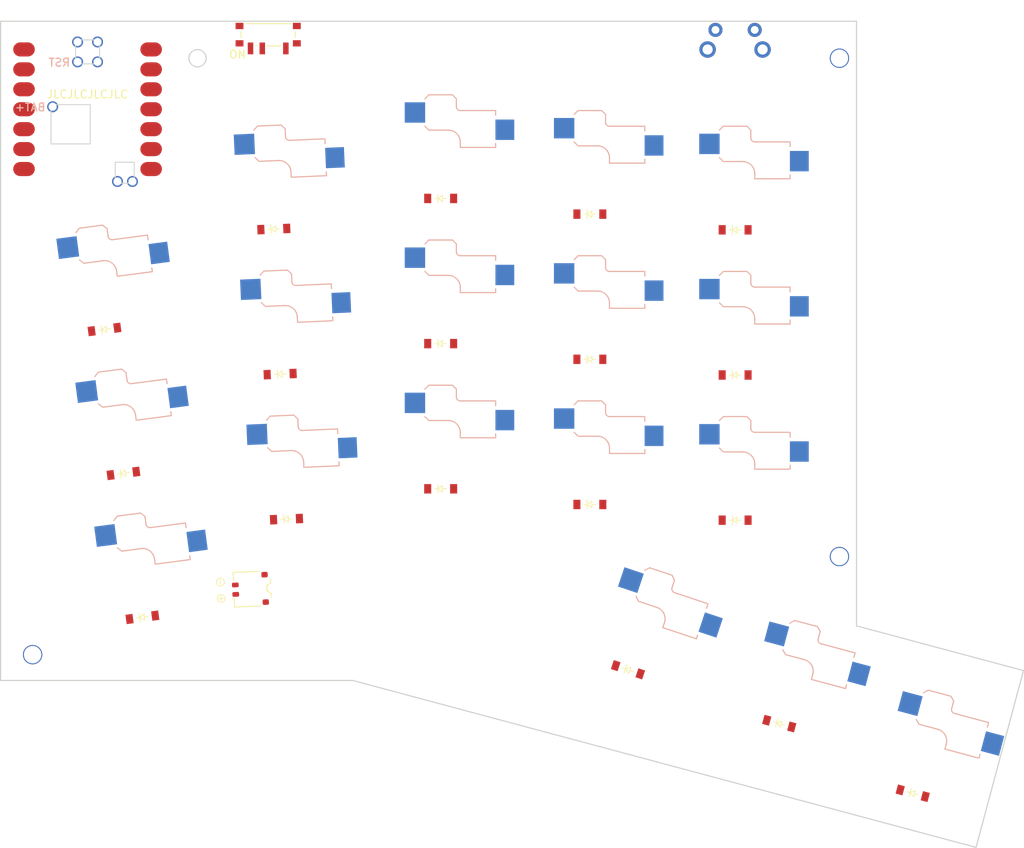
<source format=kicad_pcb>
(kicad_pcb (version 20171130) (host pcbnew 5.1.6)
  (title_block (title "Left") (rev "v1.0.0") (company "Unknown"))
  (layers (0 F.Cu signal) (31 B.Cu signal) (34 B.Paste user) (35 F.Paste user) (36 B.SilkS user) (37 F.SilkS user) (38 B.Mask user) (39 F.Mask user) (44 Edge.Cuts user))
  (net 0 "")
  (net 1 "D0")
  (net 2 "D1")
  (net 3 "R3")
  (net 4 "R2")
  (net 5 "R1")
  (net 6 "R0")
  (net 7 "C0")
  (net 8 "C4")
  (net 9 "C3")
  (net 10 "C2")
  (net 11 "C1")
  (net 12 "RAW3V3")
  (net 13 "RAW5V")
  (net 14 "CLK")
  (net 15 "DIO")
  (net 16 "GND")
  (net 17 "RST")
  (net 18 "BAT")
  (net 19 "NFC1")
  (net 20 "NFC2")
  (net 21 "pinky_bottom")
  (net 22 "pinky_home")
  (net 23 "pinky_top")
  (net 24 "ring_bottom")
  (net 25 "ring_home")
  (net 26 "ring_top")
  (net 27 "middle_bottom")
  (net 28 "middle_home")
  (net 29 "middle_top")
  (net 30 "index_bottom")
  (net 31 "index_home")
  (net 32 "index_top")
  (net 33 "inner_bottom")
  (net 34 "inner_home")
  (net 35 "inner_top")
  (net 36 "flexion_cluster")
  (net 37 "base_cluster")
  (net 38 "extension_cluster")
  (net 39 "BAT_CONN")
  (footprint "xiao_smd" (layer "F.Cu") (at 93.6705308 40.21654019999999 0)
    (property "Reference" "MCU1" hide)
    (fp_line (start -4.655408 -0.584408) (end -4.655408 4.4154) (stroke (width 0.12)) (layer "Edge.Cuts"))
    (fp_line (start -4.655408 -0.584408) (end 0.3444 -0.584408) (stroke (width 0.12)) (layer "Edge.Cuts"))
    (fp_line (start -4.655408 4.4154) (end 0.3444 4.4154) (stroke (width 0.12)) (layer "Edge.Cuts"))
    (fp_line (start -1.530247 -8.832247) (end 1.517753 -8.832247) (stroke (width 0.12)) (layer "Edge.Cuts"))
    (fp_line (start -1.530247 -5.784247) (end -1.530247 -8.832247) (stroke (width 0.12)) (layer "Edge.Cuts"))
    (fp_line (start -1.530247 -5.784247) (end 1.517753 -5.784247) (stroke (width 0.12)) (layer "Edge.Cuts"))
    (fp_line (start 0.3444 -0.584408) (end 0.3444 4.4154) (stroke (width 0.12)) (layer "Edge.Cuts"))
    (fp_line (start 1.517753 -5.784247) (end 1.517753 -8.832247) (stroke (width 0.12)) (layer "Edge.Cuts"))
    (fp_line (start 3.530592 6.751409) (end 5.943592 6.751409) (stroke (width 0.12)) (layer "Edge.Cuts"))
    (fp_line (start 3.530592 9.418409) (end 3.530592 6.751409) (stroke (width 0.12)) (layer "Edge.Cuts"))
    (fp_line (start 5.943592 6.751409) (end 5.943592 9.418409) (stroke (width 0.12)) (layer "Edge.Cuts"))
    (fp_line (start 5.943592 9.418409) (end 3.530592 9.418409) (stroke (width 0.12)) (layer "Edge.Cuts"))
    (fp_text user "BAT+" (at -7.3 -0.25 0) (layer "B.SilkS") (effects (justify mirror)))
    (fp_text user "RST" (at -3.6 -5.95 0) (layer "B.SilkS") (effects (justify mirror)))
    (fp_text user "BAT+" (at -7.3 -0.25 0) (layer "B.SilkS") (effects (justify mirror)))
    (fp_text user "RST" (at -3.6 -5.95 0) (layer "B.SilkS") (effects (justify mirror)))
    (pad "1" smd oval (at -7.62 -7.62 180) (size 2.75 1.8) (drill (offset 0.475 0)) (layers "F.Cu" "F.Paste" "F.Mask") (net 1 "D0"))
    (pad "2" smd oval (at -7.62 -5.08 180) (size 2.75 1.8) (drill (offset 0.475 0)) (layers "F.Cu" "F.Paste" "F.Mask") (net 2 "D1"))
    (pad "3" smd oval (at -7.62 -2.54 180) (size 2.75 1.8) (drill (offset 0.475 0)) (layers "F.Cu" "F.Paste" "F.Mask") (net 3 "R3"))
    (pad "4" smd oval (at -7.62 0 180) (size 2.75 1.8) (drill (offset 0.475 0)) (layers "F.Cu" "F.Paste" "F.Mask") (net 4 "R2"))
    (pad "5" smd oval (at -7.62 2.54 180) (size 2.75 1.8) (drill (offset 0.475 0)) (layers "F.Cu" "F.Paste" "F.Mask") (net 5 "R1"))
    (pad "6" smd oval (at -7.62 5.08 180) (size 2.75 1.8) (drill (offset 0.475 0)) (layers "F.Cu" "F.Paste" "F.Mask") (net 6 "R0"))
    (pad "7" smd oval (at -7.62 7.62 180) (size 2.75 1.8) (drill (offset 0.475 0)) (layers "F.Cu" "F.Paste" "F.Mask") (net 7 "C0"))
    (pad "8" smd oval (at 7.62 7.62 0) (size 2.75 1.8) (drill (offset 0.475 0)) (layers "F.Cu" "F.Paste" "F.Mask") (net 11 "C1"))
    (pad "9" smd oval (at 7.62 5.08 0) (size 2.75 1.8) (drill (offset 0.475 0)) (layers "F.Cu" "F.Paste" "F.Mask") (net 10 "C2"))
    (pad "10" smd oval (at 7.62 2.54 0) (size 2.75 1.8) (drill (offset 0.475 0)) (layers "F.Cu" "F.Paste" "F.Mask") (net 9 "C3"))
    (pad "11" smd oval (at 7.62 0 0) (size 2.75 1.8) (drill (offset 0.475 0)) (layers "F.Cu" "F.Paste" "F.Mask") (net 8 "C4"))
    (pad "12" smd oval (at 7.62 -2.54 0) (size 2.75 1.8) (drill (offset 0.475 0)) (layers "F.Cu" "F.Paste" "F.Mask") (net 12 "RAW3V3"))
    (pad "13" smd oval (at 7.62 -5.08 0) (size 2.75 1.8) (drill (offset 0.475 0)) (layers "F.Cu" "F.Paste" "F.Mask") (net 16 "GND"))
    (pad "14" smd oval (at 7.62 -7.62 0) (size 2.75 1.8) (drill (offset 0.475 0)) (layers "F.Cu" "F.Paste" "F.Mask") (net 13 "RAW5V"))
    (pad "15" thru_hole circle (at -1.27 -8.572 90) (size 1.397 1.397) (drill 1.016) (layers "*.Cu" "*.Mask") (net 14 "CLK"))
    (pad "16" thru_hole circle (at 1.27 -8.572 90) (size 1.397 1.397) (drill 1.016) (layers "*.Cu" "*.Mask") (net 15 "DIO"))
    (pad "17" thru_hole circle (at -1.27 -6.032 90) (size 1.397 1.397) (drill 1.016) (layers "*.Cu" "*.Mask") (net 17 "RST"))
    (pad "18" thru_hole circle (at 1.27 -6.032 90) (size 1.397 1.397) (drill 1.016) (layers "*.Cu" "*.Mask") (net 16 "GND"))
    (pad "19" thru_hole circle (at -4.445 -0.317 180) (size 1.397 1.397) (drill 1.016) (layers "*.Cu" "*.Mask") (net 18 "BAT"))
    (pad "20" thru_hole circle (at 3.81 9.208 180) (size 1.397 1.397) (drill 1.016) (layers "*.Cu" "*.Mask") (net 19 "NFC1"))
    (pad "21" thru_hole circle (at 5.715 9.208 180) (size 1.397 1.397) (drill 1.016) (layers "*.Cu" "*.Mask") (net 20 "NFC2"))
  )
  (module "ceoloide:switch_choc_v1_v2" (layer B.Cu) (at 100 100 7.5)
    (fp_text reference "S1" hide)
    (pad "" np_thru_hole circle (at 0 0 7.5) (size 5 5) (drill 5) (layers *.Cu))
    (pad "" np_thru_hole circle (at 5.5 0 7.5) (size 1.9 1.9) (drill 1.9) (layers *.Cu))
    (pad "" np_thru_hole circle (at -5.5 0 7.5) (size 1.9 1.9) (drill 1.9) (layers *.Cu))
    (pad "" np_thru_hole circle (at 0 -5.95 7.5) (size 3 3) (drill 3) (layers *.Cu *.Mask))
    (pad 1 smd rect (at -3.275 -5.95 7.5) (size 2.6 2.6) (layers B.Cu B.Paste B.Mask) (net 7 "C0"))
    (pad 2 smd rect (at 8.175 -3.75 7.5) (size 2.4 2.6) (layers B.Cu B.Paste B.Mask) (net 21 "pinky_bottom"))
    (pad "" np_thru_hole circle (at 5 -3.75 202.5) (size 3 3) (drill 3) (layers *.Cu *.Mask))
  )
  (module "ceoloide:switch_choc_v1_v2" (layer B.Cu) (at 97.5852654 81.6582701 7.5)
    (fp_text reference "S2" hide)
    (pad "" np_thru_hole circle (at 0 0 7.5) (size 5 5) (drill 5) (layers *.Cu))
    (pad "" np_thru_hole circle (at 5.5 0 7.5) (size 1.9 1.9) (drill 1.9) (layers *.Cu))
    (pad "" np_thru_hole circle (at -5.5 0 7.5) (size 1.9 1.9) (drill 1.9) (layers *.Cu))
    (pad "" np_thru_hole circle (at 0 -5.95 7.5) (size 3 3) (drill 3) (layers *.Cu *.Mask))
    (pad 1 smd rect (at -3.275 -5.95 7.5) (size 2.6 2.6) (layers B.Cu B.Paste B.Mask) (net 7 "C0"))
    (pad 2 smd rect (at 8.175 -3.75 7.5) (size 2.4 2.6) (layers B.Cu B.Paste B.Mask) (net 22 "pinky_home"))
    (pad "" np_thru_hole circle (at 5 -3.75 202.5) (size 3 3) (drill 3) (layers *.Cu *.Mask))
  )
  (module "ceoloide:switch_choc_v1_v2" (layer B.Cu) (at 95.1705308 63.31654019999999 7.5)
    (fp_text reference "S3" hide)
    (pad "" np_thru_hole circle (at 0 0 7.5) (size 5 5) (drill 5) (layers *.Cu))
    (pad "" np_thru_hole circle (at 5.5 0 7.5) (size 1.9 1.9) (drill 1.9) (layers *.Cu))
    (pad "" np_thru_hole circle (at -5.5 0 7.5) (size 1.9 1.9) (drill 1.9) (layers *.Cu))
    (pad "" np_thru_hole circle (at 0 -5.95 7.5) (size 3 3) (drill 3) (layers *.Cu *.Mask))
    (pad 1 smd rect (at -3.275 -5.95 7.5) (size 2.6 2.6) (layers B.Cu B.Paste B.Mask) (net 7 "C0"))
    (pad 2 smd rect (at 8.175 -3.75 7.5) (size 2.4 2.6) (layers B.Cu B.Paste B.Mask) (net 23 "pinky_top"))
    (pad "" np_thru_hole circle (at 5 -3.75 202.5) (size 3 3) (drill 3) (layers *.Cu *.Mask))
  )
  (module "ceoloide:switch_choc_v1_v2" (layer B.Cu) (at 118.78435569999999 87.4522174 2.5)
    (fp_text reference "S4" hide)
    (pad "" np_thru_hole circle (at 0 0 2.5) (size 5 5) (drill 5) (layers *.Cu))
    (pad "" np_thru_hole circle (at 5.5 0 2.5) (size 1.9 1.9) (drill 1.9) (layers *.Cu))
    (pad "" np_thru_hole circle (at -5.5 0 2.5) (size 1.9 1.9) (drill 1.9) (layers *.Cu))
    (pad "" np_thru_hole circle (at 0 -5.95 2.5) (size 3 3) (drill 3) (layers *.Cu *.Mask))
    (pad 1 smd rect (at -3.275 -5.95 2.5) (size 2.6 2.6) (layers B.Cu B.Paste B.Mask) (net 11 "C1"))
    (pad 2 smd rect (at 8.175 -3.75 2.5) (size 2.4 2.6) (layers B.Cu B.Paste B.Mask) (net 24 "ring_bottom"))
    (pad "" np_thru_hole circle (at 5 -3.75 197.5) (size 3 3) (drill 3) (layers *.Cu *.Mask))
  )
  (module "ceoloide:switch_choc_v1_v2" (layer B.Cu) (at 117.977397 68.9698253 2.5)
    (fp_text reference "S5" hide)
    (pad "" np_thru_hole circle (at 0 0 2.5) (size 5 5) (drill 5) (layers *.Cu))
    (pad "" np_thru_hole circle (at 5.5 0 2.5) (size 1.9 1.9) (drill 1.9) (layers *.Cu))
    (pad "" np_thru_hole circle (at -5.5 0 2.5) (size 1.9 1.9) (drill 1.9) (layers *.Cu))
    (pad "" np_thru_hole circle (at 0 -5.95 2.5) (size 3 3) (drill 3) (layers *.Cu *.Mask))
    (pad 1 smd rect (at -3.275 -5.95 2.5) (size 2.6 2.6) (layers B.Cu B.Paste B.Mask) (net 11 "C1"))
    (pad 2 smd rect (at 8.175 -3.75 2.5) (size 2.4 2.6) (layers B.Cu B.Paste B.Mask) (net 25 "ring_home"))
    (pad "" np_thru_hole circle (at 5 -3.75 197.5) (size 3 3) (drill 3) (layers *.Cu *.Mask))
  )
  (module "ceoloide:switch_choc_v1_v2" (layer B.Cu) (at 117.1704383 50.4874332 2.5)
    (fp_text reference "S6" hide)
    (pad "" np_thru_hole circle (at 0 0 2.5) (size 5 5) (drill 5) (layers *.Cu))
    (pad "" np_thru_hole circle (at 5.5 0 2.5) (size 1.9 1.9) (drill 1.9) (layers *.Cu))
    (pad "" np_thru_hole circle (at -5.5 0 2.5) (size 1.9 1.9) (drill 1.9) (layers *.Cu))
    (pad "" np_thru_hole circle (at 0 -5.95 2.5) (size 3 3) (drill 3) (layers *.Cu *.Mask))
    (pad 1 smd rect (at -3.275 -5.95 2.5) (size 2.6 2.6) (layers B.Cu B.Paste B.Mask) (net 11 "C1"))
    (pad 2 smd rect (at 8.175 -3.75 2.5) (size 2.4 2.6) (layers B.Cu B.Paste B.Mask) (net 26 "ring_top"))
    (pad "" np_thru_hole circle (at 5 -3.75 197.5) (size 3 3) (drill 3) (layers *.Cu *.Mask))
  )
  (module "ceoloide:switch_choc_v1_v2" (layer B.Cu) (at 138.63446199999998 83.582685 0)
    (fp_text reference "S7" hide)
    (pad "" np_thru_hole circle (at 0 0 0) (size 5 5) (drill 5) (layers *.Cu))
    (pad "" np_thru_hole circle (at 5.5 0 0) (size 1.9 1.9) (drill 1.9) (layers *.Cu))
    (pad "" np_thru_hole circle (at -5.5 0 0) (size 1.9 1.9) (drill 1.9) (layers *.Cu))
    (pad "" np_thru_hole circle (at 0 -5.95 0) (size 3 3) (drill 3) (layers *.Cu *.Mask))
    (pad 1 smd rect (at -3.275 -5.95 0) (size 2.6 2.6) (layers B.Cu B.Paste B.Mask) (net 10 "C2"))
    (pad 2 smd rect (at 8.175 -3.75 0) (size 2.4 2.6) (layers B.Cu B.Paste B.Mask) (net 27 "middle_bottom"))
    (pad "" np_thru_hole circle (at 5 -3.75 195) (size 3 3) (drill 3) (layers *.Cu *.Mask))
  )
  (module "ceoloide:switch_choc_v1_v2" (layer B.Cu) (at 138.63446199999998 65.082685 0)
    (fp_text reference "S8" hide)
    (pad "" np_thru_hole circle (at 0 0 0) (size 5 5) (drill 5) (layers *.Cu))
    (pad "" np_thru_hole circle (at 5.5 0 0) (size 1.9 1.9) (drill 1.9) (layers *.Cu))
    (pad "" np_thru_hole circle (at -5.5 0 0) (size 1.9 1.9) (drill 1.9) (layers *.Cu))
    (pad "" np_thru_hole circle (at 0 -5.95 0) (size 3 3) (drill 3) (layers *.Cu *.Mask))
    (pad 1 smd rect (at -3.275 -5.95 0) (size 2.6 2.6) (layers B.Cu B.Paste B.Mask) (net 10 "C2"))
    (pad 2 smd rect (at 8.175 -3.75 0) (size 2.4 2.6) (layers B.Cu B.Paste B.Mask) (net 28 "middle_home"))
    (pad "" np_thru_hole circle (at 5 -3.75 195) (size 3 3) (drill 3) (layers *.Cu *.Mask))
  )
  (module "ceoloide:switch_choc_v1_v2" (layer B.Cu) (at 138.63446199999998 46.582685 0)
    (fp_text reference "S9" hide)
    (pad "" np_thru_hole circle (at 0 0 0) (size 5 5) (drill 5) (layers *.Cu))
    (pad "" np_thru_hole circle (at 5.5 0 0) (size 1.9 1.9) (drill 1.9) (layers *.Cu))
    (pad "" np_thru_hole circle (at -5.5 0 0) (size 1.9 1.9) (drill 1.9) (layers *.Cu))
    (pad "" np_thru_hole circle (at 0 -5.95 0) (size 3 3) (drill 3) (layers *.Cu *.Mask))
    (pad 1 smd rect (at -3.275 -5.95 0) (size 2.6 2.6) (layers B.Cu B.Paste B.Mask) (net 10 "C2"))
    (pad 2 smd rect (at 8.175 -3.75 0) (size 2.4 2.6) (layers B.Cu B.Paste B.Mask) (net 29 "middle_top"))
    (pad "" np_thru_hole circle (at 5 -3.75 195) (size 3 3) (drill 3) (layers *.Cu *.Mask))
  )
  (module "ceoloide:switch_choc_v1_v2" (layer B.Cu) (at 157.63446199999998 85.582685 0)
    (fp_text reference "S10" hide)
    (pad "" np_thru_hole circle (at 0 0 0) (size 5 5) (drill 5) (layers *.Cu))
    (pad "" np_thru_hole circle (at 5.5 0 0) (size 1.9 1.9) (drill 1.9) (layers *.Cu))
    (pad "" np_thru_hole circle (at -5.5 0 0) (size 1.9 1.9) (drill 1.9) (layers *.Cu))
    (pad "" np_thru_hole circle (at 0 -5.95 0) (size 3 3) (drill 3) (layers *.Cu *.Mask))
    (pad 1 smd rect (at -3.275 -5.95 0) (size 2.6 2.6) (layers B.Cu B.Paste B.Mask) (net 9 "C3"))
    (pad 2 smd rect (at 8.175 -3.75 0) (size 2.4 2.6) (layers B.Cu B.Paste B.Mask) (net 30 "index_bottom"))
    (pad "" np_thru_hole circle (at 5 -3.75 195) (size 3 3) (drill 3) (layers *.Cu *.Mask))
  )
  (module "ceoloide:switch_choc_v1_v2" (layer B.Cu) (at 157.63446199999998 67.082685 0)
    (fp_text reference "S11" hide)
    (pad "" np_thru_hole circle (at 0 0 0) (size 5 5) (drill 5) (layers *.Cu))
    (pad "" np_thru_hole circle (at 5.5 0 0) (size 1.9 1.9) (drill 1.9) (layers *.Cu))
    (pad "" np_thru_hole circle (at -5.5 0 0) (size 1.9 1.9) (drill 1.9) (layers *.Cu))
    (pad "" np_thru_hole circle (at 0 -5.95 0) (size 3 3) (drill 3) (layers *.Cu *.Mask))
    (pad 1 smd rect (at -3.275 -5.95 0) (size 2.6 2.6) (layers B.Cu B.Paste B.Mask) (net 9 "C3"))
    (pad 2 smd rect (at 8.175 -3.75 0) (size 2.4 2.6) (layers B.Cu B.Paste B.Mask) (net 31 "index_home"))
    (pad "" np_thru_hole circle (at 5 -3.75 195) (size 3 3) (drill 3) (layers *.Cu *.Mask))
  )
  (module "ceoloide:switch_choc_v1_v2" (layer B.Cu) (at 157.63446199999998 48.582685 0)
    (fp_text reference "S12" hide)
    (pad "" np_thru_hole circle (at 0 0 0) (size 5 5) (drill 5) (layers *.Cu))
    (pad "" np_thru_hole circle (at 5.5 0 0) (size 1.9 1.9) (drill 1.9) (layers *.Cu))
    (pad "" np_thru_hole circle (at -5.5 0 0) (size 1.9 1.9) (drill 1.9) (layers *.Cu))
    (pad "" np_thru_hole circle (at 0 -5.95 0) (size 3 3) (drill 3) (layers *.Cu *.Mask))
    (pad 1 smd rect (at -3.275 -5.95 0) (size 2.6 2.6) (layers B.Cu B.Paste B.Mask) (net 9 "C3"))
    (pad 2 smd rect (at 8.175 -3.75 0) (size 2.4 2.6) (layers B.Cu B.Paste B.Mask) (net 32 "index_top"))
    (pad "" np_thru_hole circle (at 5 -3.75 195) (size 3 3) (drill 3) (layers *.Cu *.Mask))
  )
  (module "ceoloide:switch_choc_v1_v2" (layer B.Cu) (at 176.1344619 87.58268509999999 0)
    (fp_text reference "S13" hide)
    (pad "" np_thru_hole circle (at 0 0 0) (size 5 5) (drill 5) (layers *.Cu))
    (pad "" np_thru_hole circle (at 5.5 0 0) (size 1.9 1.9) (drill 1.9) (layers *.Cu))
    (pad "" np_thru_hole circle (at -5.5 0 0) (size 1.9 1.9) (drill 1.9) (layers *.Cu))
    (pad "" np_thru_hole circle (at 0 -5.95 0) (size 3 3) (drill 3) (layers *.Cu *.Mask))
    (pad 1 smd rect (at -3.275 -5.95 0) (size 2.6 2.6) (layers B.Cu B.Paste B.Mask) (net 8 "C4"))
    (pad 2 smd rect (at 8.175 -3.75 0) (size 2.4 2.6) (layers B.Cu B.Paste B.Mask) (net 33 "inner_bottom"))
    (pad "" np_thru_hole circle (at 5 -3.75 195) (size 3 3) (drill 3) (layers *.Cu *.Mask))
  )
  (module "ceoloide:switch_choc_v1_v2" (layer B.Cu) (at 176.1344619 69.08268509999999 0)
    (fp_text reference "S14" hide)
    (pad "" np_thru_hole circle (at 0 0 0) (size 5 5) (drill 5) (layers *.Cu))
    (pad "" np_thru_hole circle (at 5.5 0 0) (size 1.9 1.9) (drill 1.9) (layers *.Cu))
    (pad "" np_thru_hole circle (at -5.5 0 0) (size 1.9 1.9) (drill 1.9) (layers *.Cu))
    (pad "" np_thru_hole circle (at 0 -5.95 0) (size 3 3) (drill 3) (layers *.Cu *.Mask))
    (pad 1 smd rect (at -3.275 -5.95 0) (size 2.6 2.6) (layers B.Cu B.Paste B.Mask) (net 8 "C4"))
    (pad 2 smd rect (at 8.175 -3.75 0) (size 2.4 2.6) (layers B.Cu B.Paste B.Mask) (net 34 "inner_home"))
    (pad "" np_thru_hole circle (at 5 -3.75 195) (size 3 3) (drill 3) (layers *.Cu *.Mask))
  )
  (module "ceoloide:switch_choc_v1_v2" (layer B.Cu) (at 176.1344619 50.58268509999999 0)
    (fp_text reference "S15" hide)
    (pad "" np_thru_hole circle (at 0 0 0) (size 5 5) (drill 5) (layers *.Cu))
    (pad "" np_thru_hole circle (at 5.5 0 0) (size 1.9 1.9) (drill 1.9) (layers *.Cu))
    (pad "" np_thru_hole circle (at -5.5 0 0) (size 1.9 1.9) (drill 1.9) (layers *.Cu))
    (pad "" np_thru_hole circle (at 0 -5.95 0) (size 3 3) (drill 3) (layers *.Cu *.Mask))
    (pad 1 smd rect (at -3.275 -5.95 0) (size 2.6 2.6) (layers B.Cu B.Paste B.Mask) (net 8 "C4"))
    (pad 2 smd rect (at 8.175 -3.75 0) (size 2.4 2.6) (layers B.Cu B.Paste B.Mask) (net 35 "inner_top"))
    (pad "" np_thru_hole circle (at 5 -3.75 195) (size 3 3) (drill 3) (layers *.Cu *.Mask))
  )
  (module "ceoloide:switch_choc_v1_v2" (layer B.Cu) (at 164.07730809999998 106.9001718 -18.5)
    (fp_text reference "S16" hide)
    (pad "" np_thru_hole circle (at 0 0 -18.5) (size 5 5) (drill 5) (layers *.Cu))
    (pad "" np_thru_hole circle (at 5.5 0 -18.5) (size 1.9 1.9) (drill 1.9) (layers *.Cu))
    (pad "" np_thru_hole circle (at -5.5 0 -18.5) (size 1.9 1.9) (drill 1.9) (layers *.Cu))
    (pad "" np_thru_hole circle (at 0 -5.95 -18.5) (size 3 3) (drill 3) (layers *.Cu *.Mask))
    (pad 1 smd rect (at -3.275 -5.95 -18.5) (size 2.6 2.6) (layers B.Cu B.Paste B.Mask) (net 10 "C2"))
    (pad 2 smd rect (at 8.175 -3.75 -18.5) (size 2.4 2.6) (layers B.Cu B.Paste B.Mask) (net 36 "flexion_cluster"))
    (pad "" np_thru_hole circle (at 5 -3.75 176.5) (size 3 3) (drill 3) (layers *.Cu *.Mask))
  )
  (module "ceoloide:switch_choc_v1_v2" (layer B.Cu) (at 183.0474578 113.67321089999999 -15)
    (fp_text reference "S17" hide)
    (pad "" np_thru_hole circle (at 0 0 -15) (size 5 5) (drill 5) (layers *.Cu))
    (pad "" np_thru_hole circle (at 5.5 0 -15) (size 1.9 1.9) (drill 1.9) (layers *.Cu))
    (pad "" np_thru_hole circle (at -5.5 0 -15) (size 1.9 1.9) (drill 1.9) (layers *.Cu))
    (pad "" np_thru_hole circle (at 0 -5.95 -15) (size 3 3) (drill 3) (layers *.Cu *.Mask))
    (pad 1 smd rect (at -3.275 -5.95 -15) (size 2.6 2.6) (layers B.Cu B.Paste B.Mask) (net 9 "C3"))
    (pad 2 smd rect (at 8.175 -3.75 -15) (size 2.4 2.6) (layers B.Cu B.Paste B.Mask) (net 37 "base_cluster"))
    (pad "" np_thru_hole circle (at 5 -3.75 180) (size 3 3) (drill 3) (layers *.Cu *.Mask))
  )
  (module "ceoloide:switch_choc_v1_v2" (layer B.Cu) (at 200.04475419999997 122.5485344 -15)
    (fp_text reference "S18" hide)
    (pad "" np_thru_hole circle (at 0 0 -15) (size 5 5) (drill 5) (layers *.Cu))
    (pad "" np_thru_hole circle (at 5.5 0 -15) (size 1.9 1.9) (drill 1.9) (layers *.Cu))
    (pad "" np_thru_hole circle (at -5.5 0 -15) (size 1.9 1.9) (drill 1.9) (layers *.Cu))
    (pad "" np_thru_hole circle (at 0 -5.95 -15) (size 3 3) (drill 3) (layers *.Cu *.Mask))
    (pad 1 smd rect (at -3.275 -5.95 -15) (size 2.6 2.6) (layers B.Cu B.Paste B.Mask) (net 8 "C4"))
    (pad 2 smd rect (at 8.175 -3.75 -15) (size 2.4 2.6) (layers B.Cu B.Paste B.Mask) (net 38 "extension_cluster"))
    (pad "" np_thru_hole circle (at 5 -3.75 180) (size 3 3) (drill 3) (layers *.Cu *.Mask))
  )
  (module ComboDiode (layer F.Cu) (at 100.652631 104.95722430000001 7.5)
    (fp_text reference "D1" hide)
    (pad 1 smd rect (at -1.65 0 7.5) (size 0.9 1.2) (layers F.Cu F.Paste F.Mask) (net 4 "R2"))
    (pad 2 smd rect (at 1.65 0 7.5) (size 0.9 1.2) (layers F.Cu F.Paste F.Mask) (net 21 "pinky_bottom"))
  )
  (module ComboDiode (layer F.Cu) (at 98.2378964 86.61549439999999 7.5)
    (fp_text reference "D2" hide)
    (pad 1 smd rect (at -1.65 0 7.5) (size 0.9 1.2) (layers F.Cu F.Paste F.Mask) (net 5 "R1"))
    (pad 2 smd rect (at 1.65 0 7.5) (size 0.9 1.2) (layers F.Cu F.Paste F.Mask) (net 22 "pinky_home"))
  )
  (module ComboDiode (layer F.Cu) (at 95.8231618 68.2737645 7.5)
    (fp_text reference "D3" hide)
    (pad 1 smd rect (at -1.65 0 7.5) (size 0.9 1.2) (layers F.Cu F.Paste F.Mask) (net 6 "R0"))
    (pad 2 smd rect (at 1.65 0 7.5) (size 0.9 1.2) (layers F.Cu F.Paste F.Mask) (net 23 "pinky_top"))
  )
  (module ComboDiode (layer F.Cu) (at 119.0024526 92.4474585 2.5)
    (fp_text reference "D4" hide)
    (pad 1 smd rect (at -1.65 0 2.5) (size 0.9 1.2) (layers F.Cu F.Paste F.Mask) (net 4 "R2"))
    (pad 2 smd rect (at 1.65 0 2.5) (size 0.9 1.2) (layers F.Cu F.Paste F.Mask) (net 24 "ring_bottom"))
  )
  (module ComboDiode (layer F.Cu) (at 118.1954939 73.9650664 2.5)
    (fp_text reference "D5" hide)
    (pad 1 smd rect (at -1.65 0 2.5) (size 0.9 1.2) (layers F.Cu F.Paste F.Mask) (net 5 "R1"))
    (pad 2 smd rect (at 1.65 0 2.5) (size 0.9 1.2) (layers F.Cu F.Paste F.Mask) (net 25 "ring_home"))
  )
  (module ComboDiode (layer F.Cu) (at 117.3885352 55.4826743 2.5)
    (fp_text reference "D6" hide)
    (pad 1 smd rect (at -1.65 0 2.5) (size 0.9 1.2) (layers F.Cu F.Paste F.Mask) (net 6 "R0"))
    (pad 2 smd rect (at 1.65 0 2.5) (size 0.9 1.2) (layers F.Cu F.Paste F.Mask) (net 26 "ring_top"))
  )
  (module ComboDiode (layer F.Cu) (at 138.63446199999998 88.582685 0)
    (fp_text reference "D7" hide)
    (pad 1 smd rect (at -1.65 0 0) (size 0.9 1.2) (layers F.Cu F.Paste F.Mask) (net 4 "R2"))
    (pad 2 smd rect (at 1.65 0 0) (size 0.9 1.2) (layers F.Cu F.Paste F.Mask) (net 27 "middle_bottom"))
  )
  (module ComboDiode (layer F.Cu) (at 138.63446199999998 70.082685 0)
    (fp_text reference "D8" hide)
    (pad 1 smd rect (at -1.65 0 0) (size 0.9 1.2) (layers F.Cu F.Paste F.Mask) (net 5 "R1"))
    (pad 2 smd rect (at 1.65 0 0) (size 0.9 1.2) (layers F.Cu F.Paste F.Mask) (net 28 "middle_home"))
  )
  (module ComboDiode (layer F.Cu) (at 138.63446199999998 51.582685 0)
    (fp_text reference "D9" hide)
    (pad 1 smd rect (at -1.65 0 0) (size 0.9 1.2) (layers F.Cu F.Paste F.Mask) (net 6 "R0"))
    (pad 2 smd rect (at 1.65 0 0) (size 0.9 1.2) (layers F.Cu F.Paste F.Mask) (net 29 "middle_top"))
  )
  (module ComboDiode (layer F.Cu) (at 157.63446199999998 90.582685 0)
    (fp_text reference "D10" hide)
    (pad 1 smd rect (at -1.65 0 0) (size 0.9 1.2) (layers F.Cu F.Paste F.Mask) (net 4 "R2"))
    (pad 2 smd rect (at 1.65 0 0) (size 0.9 1.2) (layers F.Cu F.Paste F.Mask) (net 30 "index_bottom"))
  )
  (module ComboDiode (layer F.Cu) (at 157.63446199999998 72.082685 0)
    (fp_text reference "D11" hide)
    (pad 1 smd rect (at -1.65 0 0) (size 0.9 1.2) (layers F.Cu F.Paste F.Mask) (net 5 "R1"))
    (pad 2 smd rect (at 1.65 0 0) (size 0.9 1.2) (layers F.Cu F.Paste F.Mask) (net 31 "index_home"))
  )
  (module ComboDiode (layer F.Cu) (at 157.63446199999998 53.582685 0)
    (fp_text reference "D12" hide)
    (pad 1 smd rect (at -1.65 0 0) (size 0.9 1.2) (layers F.Cu F.Paste F.Mask) (net 6 "R0"))
    (pad 2 smd rect (at 1.65 0 0) (size 0.9 1.2) (layers F.Cu F.Paste F.Mask) (net 32 "index_top"))
  )
  (module ComboDiode (layer F.Cu) (at 176.1344619 92.58268509999999 0)
    (fp_text reference "D13" hide)
    (pad 1 smd rect (at -1.65 0 0) (size 0.9 1.2) (layers F.Cu F.Paste F.Mask) (net 4 "R2"))
    (pad 2 smd rect (at 1.65 0 0) (size 0.9 1.2) (layers F.Cu F.Paste F.Mask) (net 33 "inner_bottom"))
  )
  (module ComboDiode (layer F.Cu) (at 176.1344619 74.08268509999999 0)
    (fp_text reference "D14" hide)
    (pad 1 smd rect (at -1.65 0 0) (size 0.9 1.2) (layers F.Cu F.Paste F.Mask) (net 5 "R1"))
    (pad 2 smd rect (at 1.65 0 0) (size 0.9 1.2) (layers F.Cu F.Paste F.Mask) (net 34 "inner_home"))
  )
  (module ComboDiode (layer F.Cu) (at 176.1344619 55.58268509999999 0)
    (fp_text reference "D15" hide)
    (pad 1 smd rect (at -1.65 0 0) (size 0.9 1.2) (layers F.Cu F.Paste F.Mask) (net 6 "R0"))
    (pad 2 smd rect (at 1.65 0 0) (size 0.9 1.2) (layers F.Cu F.Paste F.Mask) (net 35 "inner_top"))
  )
  (module ComboDiode (layer F.Cu) (at 162.49078479999997 111.6417901 -18.5)
    (fp_text reference "D16" hide)
    (pad 1 smd rect (at -1.65 0 -18.5) (size 0.9 1.2) (layers F.Cu F.Paste F.Mask) (net 3 "R3"))
    (pad 2 smd rect (at 1.65 0 -18.5) (size 0.9 1.2) (layers F.Cu F.Paste F.Mask) (net 36 "flexion_cluster"))
  )
  (module ComboDiode (layer F.Cu) (at 181.7533626 118.50283999999999 -15)
    (fp_text reference "D17" hide)
    (pad 1 smd rect (at -1.65 0 -15) (size 0.9 1.2) (layers F.Cu F.Paste F.Mask) (net 3 "R3"))
    (pad 2 smd rect (at 1.65 0 -15) (size 0.9 1.2) (layers F.Cu F.Paste F.Mask) (net 37 "base_cluster"))
  )
  (module ComboDiode (layer F.Cu) (at 198.75065899999998 127.3781635 -15)
    (fp_text reference "D18" hide)
    (pad 1 smd rect (at -1.65 0 -15) (size 0.9 1.2) (layers F.Cu F.Paste F.Mask) (net 3 "R3"))
    (pad 2 smd rect (at 1.65 0 -15) (size 0.9 1.2) (layers F.Cu F.Paste F.Mask) (net 38 "extension_cluster"))
  )
  (module power_switch (layer F.Cu) (at 116.6705308 30.73354019999999 90)
    (fp_text reference "SW1" hide)
    (pad "" smd rect (at 1.125 -3.65 180) (size 1 0.8) (layers F.Cu F.Paste F.Mask))
    (pad "" smd rect (at -1.085 -3.65 180) (size 1 0.8) (layers F.Cu F.Paste F.Mask))
    (pad "" smd rect (at -1.085 3.65 180) (size 1 0.8) (layers F.Cu F.Paste F.Mask))
    (pad 1 smd rect (at -1.735 2.25 180) (size 0.7 1.5) (layers F.Cu F.Paste F.Mask))
    (pad 2 smd rect (at -1.735 -0.75 180) (size 0.7 1.5) (layers F.Cu F.Paste F.Mask) (net 18 "BAT"))
    (pad 3 smd rect (at -1.735 -2.25 180) (size 0.7 1.5) (layers F.Cu F.Paste F.Mask) (net 39 "BAT_CONN"))
    (pad "" smd rect (at 1.125 3.65 180) (size 1 0.8) (layers F.Cu F.Paste F.Mask))
    (pad "" np_thru_hole circle (at 0.025 -1.5 180) (size 0.9 0.9) (drill 0.9) (layers *.Cu *.Mask))
    (pad "" np_thru_hole circle (at 0.025 1.5 180) (size 0.9 0.9) (drill 0.9) (layers *.Cu *.Mask))
  )
  (gr_text "ON" (at 112.77053079999999 33.23354019999999 0) (layer F.SilkS) (effects (font (size 1 1))))
  (module "SKHLLCA010" (layer "F.Cu") (at 176.13053079999997 31.35854019999999 0)
    (fp_text reference "S19" hide)
    (fp_text value "SKHLLCA010")
    (pad "1" thru_hole circle (at 2.5 -1.25 0) (size 1.8 1.8) (drill 1) (layers *.Cu "B.Mask") (net 17 "RST"))
    (pad "2" thru_hole circle (at -2.5 -1.25 0) (size 1.8 1.8) (drill 1) (layers *.Cu "B.Mask") (net 16 "GND"))
    (pad "MP" thru_hole circle (at -3.5 1.25 0) (size 2.1 2.1) (drill 1.3) (layers *.Cu *.Mask))
    (pad "MP" thru_hole circle (at 3.5 1.25 0) (size 2.1 2.1) (drill 1.3) (layers *.Cu *.Mask))
  )
  (module conn_molex_pico_ezmate_1x02 (layer F.Cu) (at 114.38656929999999 101.35427779999999 92.5)
    (fp_text reference CONN1 hide)
    (pad MP smd roundrect (at 1.75 1.9 92.5) (size 0.7 0.8) (layers F.Cu F.Paste F.Mask))
    (pad MP smd roundrect (at -1.75 1.9 92.5) (size 0.7 0.8) (layers F.Cu F.Paste F.Mask))
    (pad 2 smd roundrect (at 0.6 -1.875 92.5) (size 0.6 0.85) (layers F.Cu F.Paste F.Mask) (net 16 "GND"))
    (pad 1 smd roundrect (at -0.6 -1.875 92.5) (size 0.6 0.85) (layers F.Cu F.Paste F.Mask) (net 39 "BAT_CONN"))
  )
  (module icon_bat (layer F.Cu) (at 110.64013849999999 101.5178505 92.5)
    (fp_text reference "ICON1" hide)
  )
  (module mounting_hole (layer F.Cu) (at 189.4205308 33.71654019999999 0)
    (fp_text reference "H1" hide)
    (pad "" thru_hole circle (at 0 0 180) (size 2.46 2.46) (drill 2.2) (layers *.Cu *.Mask))
  )
  (module mounting_hole (layer F.Cu) (at 86.6705308 109.7165402 0)
    (fp_text reference "H2" hide)
    (pad "" thru_hole circle (at 0 0 180) (size 2.46 2.46) (drill 2.2) (layers *.Cu *.Mask))
  )
  (module mounting_hole (layer F.Cu) (at 189.4205308 97.2165402 0)
    (fp_text reference "H3" hide)
    (pad "" thru_hole circle (at 0 0 180) (size 2.46 2.46) (drill 2.2) (layers *.Cu *.Mask))
  )
  (gr_text "JLCJLCJLCJLC" (at 93.6705308 38.31654019999999 0) (layer F.SilkS) (effects (font (size 1 1))))
  (gr_line (start 191.5930308 106.04970322449725) (end 212.8525273 111.74616809999999) (angle 90) (layer Edge.Cuts) (width 0.15))
  (gr_line (start 206.81565519999998 134.2760789) (end 212.8525273 111.74616809999999) (angle 90) (layer Edge.Cuts) (width 0.15))
  (gr_line (start 127.44412017942396 113.0085402) (end 206.81565519999998 134.2760789) (angle 90) (layer Edge.Cuts) (width 0.15))
  (gr_line (start 82.59303080000001 113.0085402) (end 127.44412017942396 113.0085402) (angle 90) (layer Edge.Cuts) (width 0.15))
  (gr_line (start 191.5930308 106.04970322449725) (end 191.5930308 29.0085402) (angle 90) (layer Edge.Cuts) (width 0.15))
  (gr_line (start 191.5930308 29.0085402) (end 82.59303080000001 29.0085402) (angle 90) (layer Edge.Cuts) (width 0.15))
  (gr_line (start 82.59303080000001 29.0085402) (end 82.59303080000001 113.0085402) (angle 90) (layer Edge.Cuts) (width 0.15))
  (gr_circle (center 107.6705308 33.71654019999999) (end 108.77053079999999 33.71654019999999) (layer Edge.Cuts) (width 0.15))
)
</source>
